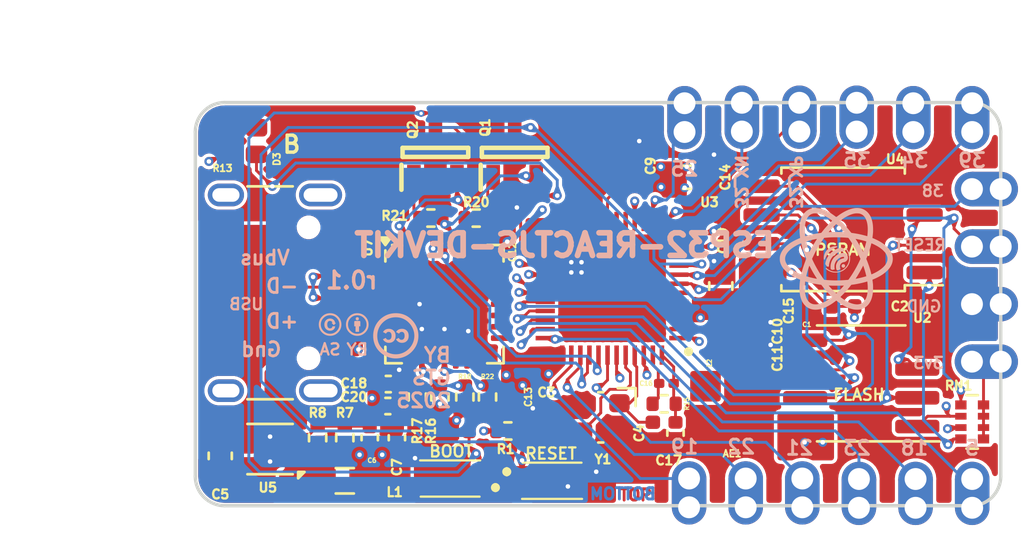
<source format=kicad_pcb>
(kicad_pcb (version 20240108) (generator "pcbnew") (generator_version "8.0")
  (title_block (title "Obsidian Boa") (date "2020-07-07") (rev "r0.1") (company "GsD") (comment 1 "Inspired by 1BitSquared iceBitsy design") (comment 3 "© 2020 Greg Davill <greg.davill@gmail.com>") (comment 4 "License: CC BY-SA 4.0"))
  (layers (0 "F.Cu" signal) (1 "In1.Cu" signal) (2 "In2.Cu" signal) (31 "B.Cu" signal) (34 "B.Paste" user) (35 "F.Paste" user) (36 "B.SilkS" user "B.Silkscreen") (37 "F.SilkS" user "F.Silkscreen") (38 "B.Mask" user) (39 "F.Mask" user) (44 "Edge.Cuts" user))
  (net 0 "")
  (net 1 "+3V3")
  (net 2 "GND")
  (net 3 "/USB_N")
  (net 4 "/USB_P")
  (net 5 "VBUS")
  (net 9 "/SPI_~{HLD}-IO3")
  (net 10 "/SPI_~{WP}-IO2")
  (net 11 "/RAM_~{CS}")
  (net 12 "/~{CRESET}")
  (net 13 "Net-(AE1-A)")
  (net 14 "/U0RXD")
  (net 15 "/U0TXD")
  (net 16 "/SPI_COPI-IO0")
  (net 17 "/SPI_CIPO-IO1")
  (net 20 "Net-(D3-A)")
  (net 23 "/GPIO11-~{LEDB}")
  (net 24 "/GPIO0-BOOT")
  (net 25 "/GPIO38")
  (net 26 "/GPIO35")
  (net 27 "/GPIO39")
  (net 28 "/SBU1")
  (net 29 "/SBU2")
  (net 30 "/GPIO34")
  (net 31 "Net-(U3-XTAL_N)")
  (net 32 "Net-(U3-XTAL_P)")
  (net 33 "Net-(U3-LNA_IN)")
  (net 34 "Net-(U3-CAP1)")
  (net 35 "Net-(U3-CAP2)")
  (net 36 "/RTS")
  (net 37 "Net-(Q1-B)")
  (net 38 "Net-(Q2-B)")
  (net 39 "/DTR")
  (net 40 "Net-(U7-VBUS)")
  (net 41 "Net-(U7-~{RST})")
  (net 42 "Net-(U7-~{SUSPEND})")
  (net 61 "Net-(U5-FB)")
  (net 62 "Net-(U5-SW)")
  (net 63 "/SPI_SCK")
  (net 64 "/SPI_~{CS}")
  (net 67 "/GPIO25")
  (net 68 "Net-(P16-Pin_1)")
  (net 69 "Net-(P17-Pin_1)")
  (net 70 "/GPIO21")
  (net 71 "/GPIO22")
  (net 72 "/GPIO19")
  (net 73 "/GPIO23")
  (net 74 "/GPIO18-DAC_2")
  (net 75 "/GPIO5")
  (footprint "CP2102:EVPBB2A9B000" (layer "F.Cu") (at 111.5 107.7 180)
    (property "Reference" "SW1" (hide yes))
    (property "Value" "TACT" (hide yes))
  )
  (footprint "pkl_pin_headers:Pin_Header_Straight_Round_1x01_Castellated" (layer "F.Cu") (at 134.29 100 90)
    (property "Reference" "P25" (hide yes))
    (property "Value" "GND" (hide yes))
  )
  (footprint "pkl_pin_headers:Pin_Header_Straight_Round_1x01_Castellated" (layer "F.Cu") (at 134.29 102.54 90)
    (property "Reference" "P28" (hide yes))
    (property "Value" "3V3" (hide yes))
  )
  (footprint "pkl_pin_headers:Pin_Header_Straight_Round_1x01_Castellated" (layer "F.Cu") (at 129.3 107.7215)
    (property "Reference" "P7" (hide yes))
    (property "Value" "7" (hide yes))
  )
  (footprint "pkl_pin_headers:Pin_Header_Straight_Round_1x01_Castellated" (layer "F.Cu") (at 129.2 92.38 180)
    (property "Reference" "P18" (hide yes))
    (property "Value" "18" (hide yes))
  )
  (footprint "pkl_pin_headers:Pin_Header_Straight_Round_1x01_Castellated" (layer "F.Cu") (at 124.13 92.38 180)
    (property "Reference" "P17" (hide yes))
    (property "Value" "17" (hide yes))
  )
  (footprint "pkl_pin_headers:Pin_Header_Straight_Round_1x01_Castellated" (layer "F.Cu") (at 121.6 92.4 180)
    (property "Reference" "P15" (hide yes))
    (property "Value" "15" (hide yes))
  )
  (footprint "pkl_pin_headers:Pin_Header_Straight_Round_1x01_Castellated" (layer "F.Cu") (at 126.8 107.7)
    (property "Reference" "P12" (hide yes))
    (property "Value" "12" (hide yes))
  )
  (footprint "pkl_pin_headers:Pin_Header_Straight_Round_1x01_Castellated" (layer "F.Cu") (at 134.3 92.4 180)
    (property "Reference" "P14" (hide yes))
    (property "Value" "14" (hide yes))
  )
  (footprint "pkl_pin_headers:Pin_Header_Straight_Round_1x01_Castellated" (layer "F.Cu") (at 131.7 92.4 180)
    (property "Reference" "P13" (hide yes))
    (property "Value" "13" (hide yes))
  )
  (footprint "pkl_pin_headers:Pin_Header_Straight_Round_1x01_Castellated" (layer "F.Cu") (at 134.3 107.7215)
    (property "Reference" "P9" (hide yes))
    (property "Value" "9" (hide yes))
  )
  (footprint "pkl_pin_headers:Pin_Header_Straight_Round_1x01_Castellated" (layer "F.Cu") (at 131.8 107.7215)
    (property "Reference" "P8" (hide yes))
    (property "Value" "8" (hide yes))
  )
  (footprint "obsidian-boa:LED_0603_1608Metric_Compact" (layer "F.Cu") (at 102.7 92.8 90)
    (property "Reference" "D3")
    (property "Value" "BLU" (hide yes))
  )
  (footprint "Capacitor_SMD:C_0402_1005Metric" (layer "F.Cu") (at 119.5 94 90)
    (property "Reference" "C9")
    (property "Value" "100n" (hide yes))
  )
  (footprint "pkl_pin_headers:Pin_Header_Straight_Round_1x01_Castellated" (layer "F.Cu") (at 134.29 97.46 90)
    (property "Reference" "P31" (hide yes))
    (property "Value" "CRESET" (hide yes))
  )
  (footprint "pkl_pin_headers:Pin_Header_Straight_Round_1x01_Castellated" (layer "F.Cu") (at 134.29 94.92 90)
    (property "Reference" "P30" (hide yes))
    (property "Value" "CDONE" (hide yes))
  )
  (footprint "pkl_pin_headers:Pin_Header_Straight_Round_1x01_Castellated" (layer "F.Cu") (at 124.3 107.7)
    (property "Reference" "P11" (hide yes))
    (property "Value" "11" (hide yes))
  )
  (footprint "pkl_pin_headers:Pin_Header_Straight_Round_1x01_Castellated" (layer "F.Cu") (at 121.8 107.7)
    (property "Reference" "P10" (hide yes))
    (property "Value" "10" (hide yes))
  )
  (footprint "pkl_pin_headers:Pin_Header_Straight_Round_1x01_Castellated" (layer "F.Cu") (at 126.67 92.38 180)
    (property "Reference" "P16" (hide yes))
    (property "Value" "16" (hide yes))
  )
  (footprint "pkl_connectors:USB_C_Receptacle_HRO_TYPE-C-31-M-12" (layer "F.Cu") (at 102.4 99.5 -90)
    (property "Reference" "J1" (hide yes))
    (property "Value" "USB_C" (hide yes))
  )
  (footprint "Capacitor_SMD:C_0603_1608Metric" (layer "F.Cu") (at 123.2 99.2 90)
    (property "Reference" "C19")
    (property "Value" "10u" (hide yes))
  )
  (footprint "Resistor_SMD:R_0402_1005Metric" (layer "F.Cu") (at 101.2 92.8 -90)
    (property "Reference" "R13")
    (property "Value" "2k2" (hide yes))
  )
  (footprint "Resistor_SMD:R_0402_1005Metric" (layer "F.Cu") (at 111.6 105.6 180)
    (property "Reference" "R10" (hide yes))
    (property "Value" "10k" (hide yes))
  )
  (footprint "Capacitor_SMD:C_0402_1005Metric" (layer "F.Cu") (at 113.8 96.2 90)
    (property "Reference" "C12")
    (property "Value" "100n" (hide yes))
  )
  (footprint "Package_DFN_QFN:QFN-28-1EP_5x5mm_P0.5mm_EP3.35x3.35mm" (layer "F.Cu") (at 111 100)
    (property "Reference" "U7")
    (property "Value" "CP2102N-Axx-xQFN28")
  )
  (footprint "Resistor_SMD:R_0402_1005Metric" (layer "F.Cu") (at 113.8 105.6 180)
    (property "Reference" "R1")
    (property "Value" "10k")
  )
  (footprint "Package_SON:WSON-6-1EP_2x2mm_P0.65mm_EP1x1.6mm_ThermalVias" (layer "F.Cu") (at 103.3 106.4 180)
    (property "Reference" "U5")
    (property "Value" "TPS62290")
  )
  (footprint "Capacitor_SMD:C_0402_1005Metric" (layer "F.Cu") (at 115.5 105.1 -90)
    (property "Reference" "C3")
    (property "Value" "18pF" (hide yes))
  )
  (footprint "Package_SO:SOIC-8_5.23x5.23mm_P1.27mm" (layer "F.Cu") (at 128.6 96.7 180)
    (property "Reference" "U4")
    (property "Value" "W25Q128JV" (hide yes))
  )
  (footprint "Resistor_SMD:R_0402_1005Metric" (layer "F.Cu") (at 110.8 104.1 -90)
    (property "Reference" "R16")
    (property "Value" "22.1K")
  )
  (footprint "Resistor_SMD:R_0402_1005Metric" (layer "F.Cu") (at 110.4 96.2)
    (property "Reference" "R21")
    (property "Value" "10K")
  )
  (footprint "Capacitor_SMD:C_0603_1608Metric" (layer "F.Cu") (at 121.7 94.4)
    (property "Reference" "C14")
    (property "Value" "10u" (hide yes))
  )
  (footprint "Resistor_SMD:R_Array_Convex_4x0402" (layer "F.Cu") (at 134.3 105.2)
    (property "Reference" "RN1")
    (property "Value" "10k")
  )
  (footprint "SS8050:SOT95P240X115-3N" (layer "F.Cu") (at 114.1 93.3 90)
    (property "Reference" "Q1")
    (property "Value" "SS8050-G" (hide yes))
  )
  (footprint "Inductor_SMD:L_0402_1005Metric" (layer "F.Cu") (at 123.1 101.7 -90)
    (property "Reference" "L2")
    (property "Value" "2.7nH" (hide yes))
  )
  (footprint "Capacitor_SMD:C_0402_1005Metric" (layer "F.Cu") (at 124.6 102.2)
    (property "Reference" "C11")
    (property "Value" "1pF" (hide yes))
  )
  (footprint "Capacitor_SMD:C_0402_1005Metric" (layer "F.Cu") (at 108.5 104.5)
    (property "Reference" "C20")
    (property "Value" "4.7uF")
  )
  (footprint "CP2102:EVPBB2A9B000" (layer "F.Cu") (at 115.5 107.8)
    (property "Reference" "SW2" (hide yes))
    (property "Value" "TACT" (hide yes))
  )
  (footprint "Capacitor_SMD:C_0402_1005Metric" (layer "F.Cu") (at 120.2 105.7 90)
    (property "Reference" "C4")
    (property "Value" "18pF" (hide yes))
  )
  (footprint "Resistor_SMD:R_0402_1005Metric" (layer "F.Cu") (at 105.4 105.9 -90)
    (property "Reference" "R8")
    (property "Value" "100k")
  )
  (footprint "Resistor_SMD:R_0402_1005Metric" (layer "F.Cu") (at 112.9 104.1 90)
    (property "Reference" "R22")
    (property "Value" "10K")
  )
  (footprint "Capacitor_SMD:C_0402_1005Metric" (layer "F.Cu") (at 129.6 100.1)
    (property "Reference" "C2")
    (property "Value" "2.2uF" (hide yes))
  )
  (footprint "Capacitor_SMD:C_0402_1005Metric" (layer "F.Cu") (at 127.6 100.1 180)
    (property "Reference" "C1")
    (property "Value" "2.2uF" (hide yes))
  )
  (footprint "Capacitor_SMD:C_0402_1005Metric" (layer "F.Cu") (at 124.6 101.2)
    (property "Reference" "C10")
    (property "Value" "1pF" (hide yes))
  )
  (footprint "Crystal:Crystal_SMD_Abracon_ABM10-4Pin_2.5x2.0mm" (layer "F.Cu") (at 117.9 105 -90)
    (property "Reference" "Y1")
    (property "Value" "40MHz" (hide yes))
  )
  (footprint "Capacitor_SMD:C_0402_1005Metric" (layer "F.Cu") (at 108.52 103.53)
    (property "Reference" "C18")
    (property "Value" "0.1uF")
  )
  (footprint "Capacitor_SMD:C_0402_1005Metric" (layer "F.Cu") (at 125 100.2)
    (property "Reference" "C15")
    (property "Value" "100n" (hide yes))
  )
  (footprint "Resistor_SMD:R_0402_1005Metric" (layer "F.Cu") (at 109.8 104.1 90)
    (property "Reference" "R17")
    (property "Value" "47.5K")
  )
  (footprint "Capacitor_SMD:C_0402_1005Metric" (layer "F.Cu") (at 121.2 105.7 90)
    (property "Reference" "C17")
    (property "Value" "10nF")
  )
  (footprint "SS8050:SOT95P240X115-3N" (layer "F.Cu") (at 110.6 93.3 90)
    (property "Reference" "Q2")
    (property "Value" "SS8050-G" (hide yes))
  )
  (footprint "obsidian-boa:0479480001" (layer "F.Cu") (at 123.6 104.7 180)
    (property "Reference" "AE1")
    (property "Value" "Antenna" (hide yes))
  )
  (footprint "Capacitor_SMD:C_0402_1005Metric" (layer "F.Cu") (at 107.7 105.9 90)
    (property "Reference" "C6")
    (property "Value" "22pF")
  )
  (footprint "Inductor_SMD:L_0805_2012Metric" (layer "F.Cu") (at 106.6 107.8)
    (property "Reference" "L1")
    (property "Value" "2.2uH")
  )
  (footprint "Resistor_SMD:R_0402_1005Metric" (layer "F.Cu") (at 111.9 104.1 -90)
    (property "Reference" "R18")
    (property "Value" "2K")
  )
  (footprint "ESP32DOWDQ6:ESP32D0WDQ6" (layer "F.Cu") (at 118.4 99.3 180)
    (property "Reference" "U3")
    (property "Value" "ESP32-D0WDQ6" (hide yes))
  )
  (footprint "Package_SO:SOIC-8_3.9x4.9mm_P1.27mm" (layer "F.Cu") (at 129.4 103.5 180)
    (property "Reference" "U2")
    (property "Value" "LY68L6400SLIT" (hide yes))
  )
  (footprint "Capacitor_SMD:C_0402_1005Metric" (layer "F.Cu") (at 114 104 -90)
    (property "Reference" "C13")
    (property "Value" "100n" (hide yes))
  )
  (footprint "Capacitor_SMD:C_0603_1608Metric" (layer "F.Cu") (at 101.1 106.7 -90)
    (property "Reference" "C5")
    (property "Value" "10u")
  )
  (footprint "Resistor_SMD:R_0402_1005Metric" (layer "F.Cu") (at 106.6 105.9 90)
    (property "Reference" "R7")
    (property "Value" "453k")
  )
  (footprint "Resistor_SMD:R_0402_1005Metric" (layer "F.Cu") (at 120.7 104.4 180)
    (property "Reference" "R15")
    (property "Value" "20K")
  )
  (footprint "Capacitor_SMD:C_0201_0603Metric" (layer "F.Cu") (at 120.8 103.5)
    (property "Reference" "C16")
    (property "Value" "3.3nF")
  )
  (footprint "Resistor_SMD:R_0402_1005Metric" (layer "F.Cu") (at 112.4 96.2 180)
    (property "Reference" "R20")
    (property "Value" "10K")
  )
  (footprint "Capacitor_SMD:C_0402_1005Metric" (layer "F.Cu") (at 108.9 105.9 90)
    (property "Reference" "C7")
    (property "Value" "2.2uF")
  )
  (footprint "pkl_logos:Symbol_CC_SilkScreen_2mm" (layer "B.Cu") (at 108.85 101.4 180)
    (property "Reference" "REF**" (hide yes))
    (property "Value" "Symbol_CC_SilkScreen_2mm" (hide yes))
  )
  (footprint "pkl_logos:Symbol_CC-SA_SilkScreen_1mm" (layer "B.Cu") (at 105.95 100.9 180)
    (property "Reference" "REF**" (hide yes))
    (property "Value" "Symbol_CC-SA_SilkScreen_1mm" (hide yes))
  )
  (footprint "pkl_logos:Symbol_CC-BY_SilkScreen_1mm" (layer "B.Cu") (at 107.15 100.9 180)
    (property "Reference" "REF**" (hide yes))
    (property "Value" "Symbol_CC-BY_SilkScreen_1mm" (hide yes))
  )
  (footprint "ESP32-D0WD:Logo" (layer "B.Cu") (at 128.3 98 180)
    (property "Reference" "G***" (hide yes))
    (property "Value" "LOGO" (hide yes))
  )
  (gr_line (start 101.3 91.1) (end 134.26 91.1) (stroke (width 0.15)) (layer "Edge.Cuts"))
  (gr_line (start 135.56 92.4) (end 135.56 107.6) (stroke (width 0.15)) (layer "Edge.Cuts"))
  (gr_line (start 100 107.6) (end 100 92.4) (stroke (width 0.15)) (layer "Edge.Cuts"))
  (gr_line (start 134.26 108.9) (end 101.3 108.9) (stroke (width 0.15)) (layer "Edge.Cuts"))
  (gr_arc (start 135.56 107.6) (mid 135.179239 108.519239) (end 134.26 108.9) (stroke (width 0.15)) (layer "Edge.Cuts"))
  (gr_arc (start 100 92.4) (mid 100.380761 91.480761) (end 101.3 91.1) (stroke (width 0.15)) (layer "Edge.Cuts"))
  (gr_arc (start 101.3 108.9) (mid 100.380761 108.519239) (end 100 107.6) (stroke (width 0.15)) (layer "Edge.Cuts"))
  (gr_arc (start 134.26 91.1) (mid 135.179239 91.480761) (end 135.56 92.4) (stroke (width 0.15)) (layer "Edge.Cuts"))
  (gr_text "TOP" (at 118.66 108.72 0) (layer "F.Cu") (effects (font (size 0.5 0.5) (thickness 0.125) (bold yes)) (justify left bottom)))
  (gr_text "BOTTOM" (at 120.4 108.67 0) (layer "B.Cu") (effects (font (size 0.5 0.5) (thickness 0.125) (bold yes)) (justify left bottom mirror)))
  (gr_text "SA" (at 105.95 102 0) (layer "B.SilkS") (effects (font (size 0.5 0.5) (thickness 0.1)) (justify mirror)))
  (gr_text "3v3" (at 133.1 102.6 0) (layer "B.SilkS") (effects (font (size 0.5 0.5) (thickness 0.1)) (justify left mirror)))
  (gr_text "RESET" (at 133.2 97.4 0) (layer "B.SilkS") (effects (font (size 0.5 0.5) (thickness 0.1)) (justify left mirror)))
  (gr_text "GND" (at 133 100.1 0) (layer "B.SilkS") (effects (font (size 0.5 0.5) (thickness 0.1)) (justify left mirror)))
  (gr_text "USB" (at 102.25 100 0) (layer "B.SilkS") (effects (font (size 0.5 0.5) (thickness 0.1)) (justify mirror)))
  (gr_text "BY\nGTS\n2025" (at 111.35 103.25 0) (layer "B.SilkS") (effects (font (size 0.625 0.625) (thickness 0.125)) (justify left mirror)))
  (gr_text "Vbus" (at 101.9 97.95 0) (layer "B.SilkS") (effects (font (size 0.625 0.625) (thickness 0.125)) (justify right mirror)))
  (gr_text "39" (at 134.29 93.65 0) (layer "B.SilkS") (effects (font (size 0.625 0.625) (thickness 0.125)) (justify mirror)))
  (gr_text "34" (at 131.75 93.65 0) (layer "B.SilkS") (effects (font (size 0.625 0.625) (thickness 0.125)) (justify mirror)))
  (gr_text "Gnd" (at 101.95 102 0) (layer "B.SilkS") (effects (font (size 0.625 0.625) (thickness 0.125)) (justify right mirror)))
  (gr_text "35" (at 129.21 93.65 0) (layer "B.SilkS") (effects (font (size 0.625 0.625) (thickness 0.125)) (justify mirror)))
  (gr_text "38" (at 133.1 95 0) (layer "B.SilkS") (effects (font (size 0.5 0.5) (thickness 0.1)) (justify left mirror)))
  (gr_text "-D" (at 103.05 99.2 0) (layer "B.SilkS") (effects (font (size 0.625 0.625) (thickness 0.125)) (justify right mirror)))
  (gr_text "32_XP" (at 126.5 94.6 270) (layer "B.SilkS") (effects (font (size 0.5 0.5) (thickness 0.125)) (justify mirror)))
  (gr_text "18" (at 131.75 106.35 0) (layer "B.SilkS") (effects (font (size 0.625 0.625) (thickness 0.125)) (justify mirror)))
  (gr_text "21" (at 126.67 106.35 0) (layer "B.SilkS") (effects (font (size 0.625 0.625) (thickness 0.125)) (justify mirror)))
  (gr_text "+D" (at 103.05 100.75 0) (layer "B.SilkS") (effects (font (size 0.625 0.625) (thickness 0.125)) (justify right mirror)))
  (gr_text "5" (at 134.29 106.35 0) (layer "B.SilkS") (effects (font (size 0.625 0.625) (thickness 0.125)) (justify mirror)))
  (gr_text "25" (at 121.59 94.031 0) (layer "B.SilkS") (effects (font (size 0.625 0.625) (thickness 0.125)) (justify mirror)))
  (gr_text "23" (at 129.21 106.35 0) (layer "B.SilkS") (effects (font (size 0.625 0.625) (thickness 0.125)) (justify mirror)))
  (gr_text "32_XN" (at 124.1 94.6 270) (layer "B.SilkS") (effects (font (size 0.5 0.5) (thickness 0.125)) (justify mirror)))
  (gr_text "ESP32-REACTJS-DEVKIT" (at 116.3 97.4 0) (layer "B.SilkS") (effects (font (size 1 1) (thickness 0.25)) (justify mirror)))
  (gr_text "r0.1" (at 106.9 98.95 0) (layer "B.SilkS") (effects (font (size 0.75 0.75)) (justify mirror)))
  (gr_text "BY" (at 107.15 102 0) (layer "B.SilkS") (effects (font (size 0.5 0.5) (thickness 0.1)) (justify mirror)))
  (gr_text "19" (at 121.6 106.3 0) (layer "B.SilkS") (effects (font (size 0.625 0.625) (thickness 0.125)) (justify mirror)))
  (gr_text "22" (at 124.1 106.3 0) (layer "B.SilkS") (effects (font (size 0.625 0.625) (thickness 0.125)) (justify mirror)))
  (gr_text "PSRAM" (at 128.6 97.6 0) (layer "F.SilkS") (effects (font (size 0.5 0.5) (thickness 0.1))))
  (gr_text "FLASH" (at 129.3 104 0) (layer "F.SilkS") (effects (font (size 0.5 0.5) (thickness 0.1))))
  (gr_text "BOOT" (at 111.3 106.5 0) (layer "F.SilkS") (effects (font (size 0.5 0.5) (thickness 0.1))))
  (gr_text "RESET" (at 115.7 106.6 0) (layer "F.SilkS") (effects (font (size 0.5 0.5) (thickness 0.1))))
  (gr_text "B" (at 104.25 92.95 0) (layer "F.SilkS") (effects (font (size 0.75 0.75))))
  (segment (start 134.8 102.665) (end 134.8 105.85) (width 0.127) (layer "F.Cu") (net 1))
  (segment (start 134.8 105.85) (end 134.7 105.95) (width 0.127) (layer "F.Cu") (net 1))
  (segment (start 128.085 100.1) (end 127.94962 100.1) (width 0.127) (layer "F.Cu") (net 1))
  (segment (start 115.45 97.5) (end 114.898 97.5) (width 0.127) (layer "F.Cu") (net 1))
  (segment (start 126.3 98.6) (end 126.295 98.605) (width 0.127) (layer "F.Cu") (net 1))
  (segment (start 114.64 96.515488) (end 115.317744 95.837744) (width 0.127) (layer "F.Cu") (net 1))
  (segment (start 129.115 100.1) (end 129.115 100.585) (width 0.127) (layer "F.Cu") (net 1))
  (segment (start 119.065 94.485) (end 119.5 94.485) (width 0.127) (layer "F.Cu") (net 1))
  (segment (start 134.925 102.54) (end 134.8 102.665) (width 0.127) (layer "F.Cu") (net 1))
  (segment (start 119.8 102.695257) (end 119.8 102.25) (width 0.127) (layer "F.Cu") (net 1))
  (segment (start 122.2 100.7) (end 122.3 100.6) (width 0.127) (layer "F.Cu") (net 1))
  (segment (start 129.115 100.585) (end 129.1 100.6) (width 0.127) (layer "F.Cu") (net 1))
  (segment (start 113.29 105.6) (end 112.73 105.6) (width 0.127) (layer "F.Cu") (net 1))
  (segment (start 118.6 102.25) (end 118.6 103.118899) (width 0.127) (layer "F.Cu") (net 1))
  (segment (start 126.295 98.605) (end 125 98.605) (width 0.127) (layer "F.Cu") (net 1))
  (segment (start 119.94 102.835257) (end 119.8 102.695257) (width 0.127) (layer "F.Cu") (net 1))
  (segment (start 114.64 97.242) (end 114.64 96.515488) (width 0.127) (layer "F.Cu") (net 1))
  (segment (start 118.2 96.35) (end 118.2 95.35) (width 0.127) (layer "F.Cu") (net 1))
  (segment (start 121.35 101.5) (end 122.1 101.5) (width 0.127) (layer "F.Cu") (net 1))
  (segment (start 121.35 100.7) (end 122.2 100.7) (width 0.127) (layer "F.Cu") (net 1))
  (segment (start 122.1 101.5) (end 122.25 101.65) (width 0.127) (layer "F.Cu") (net 1))
  (segment (start 114.898 97.5) (end 114.64 97.242) (width 0.127) (layer "F.Cu") (net 1))
  (segment (start 118.6 103.118899) (end 118.7465 103.265399) (width 0.127) (layer "F.Cu") (net 1))
  (segment (start 100.785 93.7) (end 101.2 93.285) (width 0.127) (layer "F.Cu") (net 1))
  (segment (start 118.2 95.35) (end 119.065 94.485) (width 0.127) (layer "F.Cu") (net 1))
  (segment (start 100.6 93.7) (end 100.785 93.7) (width 0.127) (layer "F.Cu") (net 1))
  (segment (start 127.94962 100.1) (end 126.44962 98.6) (width 0.127) (layer "F.Cu") (net 1))
  (segment (start 126.44962 98.6) (end 126.3 98.6) (width 0.127) (layer "F.Cu") (net 1))
  (segment (start 119.94 103.13) (end 119.94 102.835257) (width 0.127) (layer "F.Cu") (net 1))
  (segment (start 128.085 100.1) (end 129.115 100.1) (width 0.127) (layer "F.Cu") (net 1))
  (via (at 107.25 106.65) (size 0.4) (drill 0.2) (layers "F.Cu" "B.Cu") (net 1))
  (via (at 114.453524 103.589921) (size 0.4) (drill 0.2) (layers "F.Cu" "B.Cu") (net 1))
  (via (at 126.3 98.6) (size 0.4) (drill 0.2) (layers "F.Cu" "B.Cu") (net 1))
  (via (at 100.6 93.7) (size 0.4) (drill 0.2) (layers "F.Cu" "B.Cu") (net 1))
  (via (at 108.25 106.65) (size 0.4) (drill 0.2) (layers "F.Cu" "B.Cu") (net 1))
  (via (at 115.6 103.08) (size 0.4) (drill 0.2) (layers "F.Cu" "B.Cu") (net 1))
  (via (at 118.7465 103.265399) (size 0.4) (drill 0.2) (layers "F.Cu" "B.Cu") (net 1))
  (via (at 107.8 104.15) (size 0.4) (drill 0.2) (layers "F.Cu" "B.Cu") (net 1))
  (via (at 122.3 100.6) (size 0.4) (drill 0.2) (layers "F.Cu" "B.Cu") (net 1))
  (via (at 121.694001 93.9365) (size 0.4) (drill 0.2) (layers "F.Cu" "B.Cu") (net 1))
  (via (at 113.729109 103.131192) (size 0.4) (drill 0.2) (layers "F.Cu" "B.Cu") (net 1))
  (via (at 115.317744 95.837744) (size 0.4) (drill 0.2) (layers "F.Cu" "B.Cu") (net 1))
  (via (at 112.73 105.6) (size 0.4) (drill 0.2) (layers "F.Cu" "B.Cu") (net 1))
  (via (at 119.94 103.13) (size 0.4) (drill 0.2) (layers "F.Cu" "B.Cu") (net 1))
  (via (at 127.7 106.1) (size 0.4) (drill 0.2) (layers "F.Cu" "B.Cu") (net 1))
  (via (at 111.535729 105.133314) (size 0.4) (drill 0.2) (layers "F.Cu" "B.Cu") (net 1))
  (via (at 126.9 106.1) (size 0.4) (drill 0.2) (layers "F.Cu" "B.Cu") (net 1))
  (via (at 129.1 100.6) (size 0.4) (drill 0.2) (layers "F.Cu" "B.Cu") (net 1))
  (via (at 120.562886 94.830067) (size 0.4) (drill 0.2) (layers "F.Cu" "B.Cu") (net 1))
  (via (at 120.551288 93.9365) (size 0.4) (drill 0.2) (layers "F.Cu" "B.Cu") (net 1))
  (via (at 121.604211 94.859392) (size 0.4) (drill 0.2) (layers "F.Cu" "B.Cu") (net 1))
  (via (at 113.77 97.24) (size 0.4) (drill 0.2) (layers "F.Cu" "B.Cu") (net 1))
  (via (at 122.25 101.65) (size 0.4) (drill 0.2) (layers "F.Cu" "B.Cu") (net 1))
  (segment (start 113.915488 97.24) (end 115.317744 95.837744) (width 0.25) (layer "B.Cu") (net 1))
  (segment (start 113.77 97.24) (end 113.915488 97.24) (width 0.25) (layer "B.Cu") (net 1))
  (via (at 117.7 107.4) (size 0.4) (drill 0.2) (layers "F.Cu" "B.Cu") (net 2))
  (via (at 110 101.1) (size 0.4) (drill 0.2) (layers "F.Cu" "B.Cu") (net 2))
  (via (at 116.6 98.6) (size 0.4) (drill 0.2) (layers "F.Cu" "B.Cu") (net 2))
  (via (at 116.45 108.05) (size 0.4) (drill 0.2) (layers "F.Cu" "B.Cu") (net 2))
  (via (at 112.05 101.190223) (size 0.4) (drill 0.2) (layers "F.Cu" "B.Cu") (net 2))
  (via (at 111 101.1) (size 0.4) (drill 0.2) (layers "F.Cu" "B.Cu") (net 2))
  (via (at 114.9 104.6) (size 0.4) (drill 0.2) (layers "F.Cu" "B.Cu") (net 2))
  (via (at 109.9 100) (size 0.4) (drill 0.2) (layers "F.Cu" "B.Cu") (net 2))
  (via (at 119.6 92.8) (size 0.4) (drill 0.2) (layers "F.Cu" "B.Cu") (net 2))
  (via (at 117.05 98.15) (size 0.4) (drill 0.2) (layers "F.Cu" "B.Cu") (net 2))
  (via (at 117.05 98.6) (size 0.4) (drill 0.2) (layers "F.Cu" "B.Cu") (net 2))
  (via (at 109 102.9) (size 0.4) (drill 0.2) (layers "F.Cu" "B.Cu") (net 2))
  (via (at 116.6 98.15) (size 0.4) (drill 0.2) (layers "F.Cu" "B.Cu") (net 2))
  (via (at 125.4 101.8) (size 0.4) (drill 0.2) (layers "F.Cu" "B.Cu") (net 2))
  (via (at 109.7 106.8) (size 0.4) (drill 0.2) (layers "F.Cu" "B.Cu") (net 2))
  (via (at 125.4 100.8) (size 0.4) (drill 0.2) (layers "F.Cu" "B.Cu") (net 2))
  (via (at 122.9 98.1) (size 0.4) (drill 0.2) (layers "F.Cu" "B.Cu") (net 2))
  (via (at 122.9 93.4) (size 0.4) (drill 0.2) (layers "F.Cu" "B.Cu") (net 2))
  (via (at 114.196961 95.7335) (size 0.4) (drill 0.2) (layers "F.Cu" "B.Cu") (net 2))
  (segment (start 106.245 99.75) (end 105.25 99.75) (width 0.127) (layer "F.Cu") (net 3))
  (segment (start 105.249986 98.75) (end 105.2 98.799986) (width 0.127) (layer "F.Cu") (net 3))
  (segment (start 107.65241 100.5) (end 108.55 100.5) (width 0.127) (layer "F.Cu") (net 3))
  (segment (start 106.90241 99.75) (end 107.65241 100.5) (width 0.127) (layer "F.Cu") (net 3))
  (segment (start 105.25 99.75) (end 105.2 99.7) (width 0.127) (layer "F.Cu") (net 3))
  (segment (start 106.245 99.75) (end 106.90241 99.75) (width 0.127) (layer "F.Cu") (net 3))
  (segment (start 106.245 98.75) (end 105.249986 98.75) (width 0.127) (layer "F.Cu") (net 3))
  (via (at 105.2 99.7) (size 0.4) (drill 0.2) (layers "F.Cu" "B.Cu") (net 3))
  (via (at 105.2 98.799986) (size 0.4) (drill 0.2) (layers "F.Cu" "B.Cu") (net 3))
  (segment (start 105.2 99.7) (end 105.2 98.799986) (width 0.127) (layer "B.Cu") (net 3))
  (segment (start 107.718096 100) (end 108.55 100) (width 0.127) (layer "F.Cu") (net 4))
  (segment (start 106.245 99.25) (end 106.968096 99.25) (width 0.127) (layer "F.Cu") (net 4))
  (segment (start 106.245 100.25) (end 104.85 100.25) (width 0.127) (layer "F.Cu") (net 4))
  (segment (start 104.85 100.25) (end 104.6 100) (width 0.127) (layer "F.Cu") (net 4))
  (segment (start 106.968096 99.25) (end 107.718096 100) (width 0.127) (layer "F.Cu") (net 4))
  (segment (start 104.6 100) (end 104.6 99.45) (width 0.127) (layer "F.Cu") (net 4))
  (segment (start 104.6 99.45) (end 104.8 99.25) (width 0.127) (layer "F.Cu") (net 4))
  (segment (start 104.8 99.25) (end 106.245 99.25) (width 0.127) (layer "F.Cu") (net 4))
  (segment (start 110.8 104.61) (end 110.8 104.4) (width 0.127) (layer "F.Cu") (net 5))
  (segment (start 106.295 102) (end 106.245 101.95) (width 0.127) (layer "F.Cu") (net 5))
  (segment (start 107.2 102) (end 106.295 102) (width 0.127) (layer "F.Cu") (net 5))
  (via (at 110.8 104.4) (size 0.4) (drill 0.2) (layers "F.Cu" "B.Cu") (net 5))
  (via (at 107.2 102) (size 0.4) (drill 0.2) (layers "F.Cu" "B.Cu") (net 5))
  (segment (start 128.224777 104.135) (end 129.109777 103.25) (width 0.127) (layer "F.Cu") (net 9))
  (segment (start 125 97.335) (end 126.735 97.335) (width 0.127) (layer "F.Cu") (net 9))
  (segment (start 114.730724 98.7) (end 115.45 98.7) (width 0.127) (layer "F.Cu") (net 9))
  (segment (start 126.735 97.335) (end 127 97.6) (width 0.127) (layer "F.Cu") (net 9))
  (segment (start 126.925 104.135) (end 128.224777 104.135) (width 0.127) (layer "F.Cu") (net 9))
  (segment (start 114.716455 98.685731) (end 114.730724 98.7) (width 0.127) (layer "F.Cu") (net 9))
  (via (at 129.109777 103.25) (size 0.4) (drill 0.2) (layers "F.Cu" "B.Cu") (net 9))
  (via (at 127 97.6) (size 0.4) (drill 0.2) (layers "F.Cu" "B.Cu") (net 9))
  (via (at 114.716455 98.685731) (size 0.4) (drill 0.2) (layers "F.Cu" "B.Cu") (net 9))
  (segment (start 128.886396 103.25) (end 129.109777 103.25) (width 0.127) (layer "B.Cu") (net 9))
  (segment (start 127 97.6) (end 127 101.363604) (width 0.127) (layer "B.Cu") (net 9))
  (segment (start 127 101.363604) (end 128.886396 103.25) (width 0.127) (layer "B.Cu") (net 9))
  (segment (start 131.644735 96.620265) (end 132.2 96.065) (width 0.127) (layer "F.Cu") (net 10))
  (segment (start 131.875 102.865) (end 131.454699 102.444699) (width 0.127) (layer "F.Cu") (net 10))
  (segment (start 114.3 98.2) (end 114.372232 98.272232) (width 0.127) (layer "F.Cu") (net 10))
  (segment (start 114.372232 98.272232) (end 115.422232 98.272232) (width 0.127) (layer "F.Cu") (net 10))
  (segment (start 115.422232 98.272232) (end 115.45 98.3) (width 0.127) (layer "F.Cu") (net 10))
  (segment (start 131.644735 96.685001) (end 131.644735 96.620265) (width 0.127) (layer "F.Cu") (net 10))
  (segment (start 131.454699 102.444699) (end 131.034998 102.444699) (width 0.127) (layer "F.Cu") (net 10))
  (via (at 131.644735 96.685001) (size 0.4) (drill 0.2) (layers "F.Cu" "B.Cu") (net 10))
  (via (at 114.3 98.2) (size 0.4) (drill 0.2) (layers "F.Cu" "B.Cu") (net 10))
  (via (at 131.034998 102.444699) (size 0.4) (drill 0.2) (layers "F.Cu" "B.Cu") (net 10))
  (segment (start 131.644735 96.685001) (end 131.6 96.729736) (width 0.127) (layer "B.Cu") (net 10))
  (segment (start 131.6 96.729736) (end 131.6 101.879697) (width 0.127) (layer "B.Cu") (net 10))
  (segment (start 131.6 101.879697) (end 131.034998 102.444699) (width 0.127) (layer "B.Cu") (net 10))
  (segment (start 132.33 104.95) (end 131.875 105.405) (width 0.127) (layer "F.Cu") (net 11))
  (segment (start 133.153484 104.501766) (end 133.153484 104.780484) (width 0.127) (layer "F.Cu") (net 11))
  (segment (start 133.323 104.95) (end 133.8 104.95) (width 0.127) (layer "F.Cu") (net 11))
  (segment (start 133.323 104.95) (end 132.33 104.95) (width 0.127) (layer "F.Cu") (net 11))
  (segment (start 119.4 96.35) (end 119.4 95.45) (width 0.127) (layer "F.Cu") (net 11))
  (segment (start 133.153484 104.780484) (end 133.323 104.95) (width 0.127) (layer "F.Cu") (net 11))
  (via (at 133.153484 104.501766) (size 0.4) (drill 0.2) (layers "F.Cu" "B.Cu") (net 11))
  (via (at 119.4 95.45) (size 0.4) (drill 0.2) (layers "F.Cu" "B.Cu") (net 11))
  (segment (start 133.8 104.45) (end 133.8 103.800004) (width 0.127) (layer "F.Cu") (net 12))
  (segment (start 114.425 106.9) (end 114.425 105.715) (width 0.127) (layer "F.Cu") (net 12))
  (segment (start 114.8 92.2) (end 114.1 92.2) (width 0.127) (layer "F.Cu") (net 12))
  (segment (start 133.500004 96.670004) (end 133.500004 96.200004) (width 0.127) (layer "F.Cu") (net 12))
  (segment (start 122.29 98.3) (end 121.35 98.3) (width 0.127) (layer "F.Cu") (net 12))
  (segment (start 134.29 97.46) (end 133.500004 96.670004) (width 0.127) (layer "F.Cu") (net 12))
  (segment (start 122.36 98.23) (end 122.29 98.3) (width 0.127) (layer "F.Cu") (net 12))
  (segment (start 114.425 105.715) (end 114.31 105.6) (width 0.127) (layer "F.Cu") (net 12))
  (segment (start 114.425 108.175) (end 114.425 107.425) (width 0.127) (layer "F.Cu") (net 12))
  (segment (start 133.8 103.800004) (end 133.799996 103.8) (width 0.127) (layer "F.Cu") (net 12))
  (segment (start 114.425 107.425) (end 114.425 106.9) (width 0.127) (layer "F.Cu") (net 12))
  (via (at 114.8 92.2) (size 0.4) (drill 0.2) (layers "F.Cu" "B.Cu") (net 12))
  (via (at 122.36 98.23) (size 0.4) (drill 0.2) (layers "F.Cu" "B.Cu") (net 12))
  (via (at 133.799996 103.8) (size 0.4) (drill 0.2) (layers "F.Cu" "B.Cu") (net 12))
  (via (at 133.500004 96.200004) (size 0.4) (drill 0.2) (layers "F.Cu" "B.Cu") (net 12))
  (via (at 114.425 106.9) (size 0.4) (drill 0.2) (layers "F.Cu" "B.Cu") (net 12))
  (segment (start 102.9 93.4) (end 102.9 103.4) (width 0.127) (layer "B.Cu") (net 12))
  (segment (start 104.1 92.2) (end 102.9 93.4) (width 0.127) (layer "B.Cu") (net 12))
  (segment (start 123.1965 99.8035) (end 122.044256 99.8035) (width 0.127) (layer "B.Cu") (net 12))
  (segment (start 122.044256 99.8035) (end 120.245378 98.004622) (width 0.127) (layer "B.Cu") (net 12))
  (segment (start 114.8 92.2) (end 104.1 92.2) (width 0.127) (layer "B.Cu") (net 12))
  (segment (start 133.500004 96.200004) (end 126.799996 96.200004) (width 0.127) (layer "B.Cu") (net 12))
  (segment (start 133.500004 96.200004) (end 133.05 96.650008) (width 0.127) (layer "B.Cu") (net 12))
  (segment (start 109.7 105.6) (end 110.18 106.08) (width 0.127) (layer "B.Cu") (net 12))
  (segment (start 133.05 103.050004) (end 133.799996 103.8) (width 0.127) (layer "B.Cu") (net 12))
  (segment (start 120.470756 98.23) (end 120.245378 98.004622) (width 0.127) (layer "B.Cu") (net 12))
  (segment (start 133.05 96.650008) (end 133.05 103.050004) (width 0.127) (layer "B.Cu") (net 12))
  (segment (start 120.245378 97.495378) (end 114.95 92.2) (width 0.127) (layer "B.Cu") (net 12))
  (segment (start 126.799996 96.200004) (end 123.1965 99.8035) (width 0.127) (layer "B.Cu") (net 12))
  (segment (start 122.36 98.23) (end 120.470756 98.23) (width 0.127) (layer "B.Cu") (net 12))
  (segment (start 113.605 106.08) (end 114.425 106.9) (width 0.127) (layer "B.Cu") (net 12))
  (segment (start 102.9 103.4) (end 105.1 105.6) (width 0.127) (layer "B.Cu") (net 12))
  (segment (start 105.1 105.6) (end 109.7 105.6) (width 0.127) (layer "B.Cu") (net 12))
  (segment (start 120.245378 98.004622) (end 120.245378 97.495378) (width 0.127) (layer "B.Cu") (net 12))
  (segment (start 110.18 106.08) (end 113.605 106.08) (width 0.127) (layer "B.Cu") (net 12))
  (segment (start 114.95 92.2) (end 114.8 92.2) (width 0.127) (layer "B.Cu") (net 12))
  (segment (start 123.1 102.185) (end 124.1 102.185) (width 0.127) (layer "F.Cu") (net 13))
  (segment (start 122.953553 103.196447) (end 122.525 103.625) (width 0.127) (layer "F.Cu") (net 13))
  (segment (start 123.1 102.185) (end 123.1 102.842893) (width 0.127) (layer "F.Cu") (net 13))
  (segment (start 124.1 102.185) (end 124.115 102.2) (width 0.127) (layer "F.Cu") (net 13))
  (arc (start 123.1 102.842893) (mid 123.06194 103.034235) (end 122.953553 103.196447) (width 0.127) (layer "F.Cu") (net 13))
  (segment (start 117.06 103.28) (end 117.06 103.53) (width 0.127) (layer "F.Cu") (net 14))
  (segment (start 117.4 102.25) (end 117.3135 102.3365) (width 0.127) (layer "F.Cu") (net 14))
  (segment (start 117.3135 103.0265) (end 117.06 103.28) (width 0.127) (layer "F.Cu") (net 14))
  (segment (start 117.3135 102.3365) (end 117.3135 103.0265) (width 0.127) (layer "F.Cu") (net 14))
  (segment (start 117.15 103.496895) (end 117.149996 103.496899) (width 0.127) (layer "F.Cu") (net 14))
  (via (at 117.06 103.53) (size 0.4) (drill 0.2) (layers "F.Cu" "B.Cu") (net 14))
  (via (at 110.5 97.549984) (size 0.4) (drill 0.2) (layers "F.Cu" "B.Cu") (net 14))
  (segment (start 110.5 98.165686) (end 110.5 97.549984) (width 0.127) (layer "B.Cu") (net 14))
  (segment (start 116.35 102.6) (end 116.8 102.6) (width 0.127) (layer "B.Cu") (net 14))
  (segment (start 112.5 100.165686) (end 110.5 98.165686) (width 0.127) (layer "B.Cu") (net 14))
  (segment (start 116.8 102.6) (end 117.06 102.86) (width 0.127) (layer "B.Cu") (net 14))
  (segment (start 113.7 102.6) (end 112.5 101.4) (width 0.127) (layer "B.Cu") (net 14))
  (segment (start 117.06 102.86) (end 117.06 103.53) (width 0.127) (layer "B.Cu") (net 14))
  (segment (start 116.6 102.6) (end 116.35 102.6) (width 0.127) (layer "B.Cu") (net 14))
  (segment (start 116.35 102.6) (end 113.7 102.6) (width 0.127) (layer "B.Cu") (net 14))
  (segment (start 112.5 101.4) (end 112.5 100.165686) (width 0.127) (layer "B.Cu") (net 14))
  (segment (start 117.8 102.884403) (end 117.7465 102.937903) (width 0.127) (layer "F.Cu") (net 15))
  (segment (start 117.8 102.25) (end 117.8 102.884403) (width 0.127) (layer "F.Cu") (net 15))
  (segment (start 111 97.860376) (end 111 97.55) (width 0.127) (layer "F.Cu") (net 15))
  (segment (start 111.025001 97.885377) (end 111 97.860376) (width 0.127) (layer "F.Cu") (net 15))
  (via (at 117.7465 102.937903) (size 0.4) (drill 0.2) (layers "F.Cu" "B.Cu") (net 15))
  (via (at 111.025001 97.885377) (size 0.4) (drill 0.2) (layers "F.Cu" "B.Cu") (net 15))
  (segment (start 111.025001 97.885377) (end 111.025001 98.125001) (width 0.127) (layer "B.Cu") (net 15))
  (segment (start 113 101.120253) (end 114.178048 102.298301) (width 0.127) (layer "B.Cu") (net 15))
  (segment (start 111.025001 98.125001) (end 113 100.1) (width 0.127) (layer "B.Cu") (net 15))
  (segment (start 117.318301 102.298301) (end 117.7465 102.7265) (width 0.127) (layer "B.Cu") (net 15))
  (segment (start 114.178048 102.298301) (end 117.318301 102.298301) (width 0.127) (layer "B.Cu") (net 15))
  (segment (start 117.7465 102.7265) (end 117.7465 102.937903) (width 0.127) (layer "B.Cu") (net 15))
  (segment (start 113 100.1) (end 113 101.120253) (width 0.127) (layer "B.Cu") (net 15))
  (segment (start 128.605 101.595) (end 128.853554 101.346446) (width 0.127) (layer "F.Cu") (net 16))
  (segment (start 126.925 101.595) (end 128.605 101.595) (width 0.127) (layer "F.Cu") (net 16))
  (segment (start 125 94.795) (end 126.556748 94.795) (width 0.127) (layer "F.Cu") (net 16))
  (segment (start 126.556748 94.795) (end 128.411748 96.65) (width 0.127) (layer "F.Cu") (net 16))
  (segment (start 115.45 99.9) (end 114.497885 99.9) (width 0.127) (layer "F.Cu") (net 16))
  (segment (start 114.497885 99.9) (end 114.298002 100.099883) (width 0.127) (layer "F.Cu") (net 16))
  (via (at 128.411748 96.65) (size 0.4) (drill 0.2) (layers "F.Cu" "B.Cu") (net 16))
  (via (at 128.853554 101.346446) (size 0.4) (drill 0.2) (layers "F.Cu" "B.Cu") (net 16))
  (via (at 114.298002 100.099883) (size 0.4) (drill 0.2) (layers "F.Cu" "B.Cu") (net 16))
  (segment (start 128.411748 96.65) (end 128.411748 100.90464) (width 0.127) (layer "B.Cu") (net 16))
  (segment (start 123.765686 104) (end 119.865569 100.099883) (width 0.127) (layer "B.Cu") (net 16))
  (segment (start 128.853554 101.346446) (end 128.9 101.3) (width 0.127) (layer "B.Cu") (net 16))
  (segment (start 128.411748 100.90464) (end 128.853554 101.346446) (width 0.127) (layer "B.Cu") (net 16))
  (segment (start 119.865569 100.099883) (end 114.298002 100.099883) (width 0.127) (layer "B.Cu") (net 16))
  (segment (start 129.9 103.5) (end 129.4 104) (width 0.127) (layer "B.Cu") (net 16))
  (segment (start 129.4 104) (end 123.765686 104) (width 0.127) (layer "B.Cu") (net 16))
  (segment (start 128.9 101.3) (end 129.6 101.3) (width 0.127) (layer "B.Cu") (net 16))
  (segment (start 129.6 101.3) (end 129.9 101.6) (width 0.127) (layer "B.Cu") (net 16))
  (segment (start 129.9 101.6) (end 129.9 103.5) (width 0.127) (layer "B.Cu") (net 16))
  (segment (start 130.535 104.135) (end 130.534998 104.134998) (width 0.127) (layer "F.Cu") (net 17))
  (segment (start 114.753373 100.3) (end 115.45 100.3) (width 0.127) (layer "F.Cu") (net 17))
  (segment (start 131.875 104.135) (end 130.535 104.135) (width 0.127) (layer "F.Cu") (net 17))
  (segment (start 114.22 100.65) (end 114.403373 100.65) (width 0.127) (layer "F.Cu") (net 17))
  (segment (start 130.8 97.4) (end 132.135 97.4) (width 0.127) (layer "F.Cu") (net 17))
  (segment (start 114.403373 100.65) (end 114.753373 100.3) (width 0.127) (layer "F.Cu") (net 17))
  (segment (start 132.135 97.4) (end 132.2 97.335) (width 0.127) (layer "F.Cu") (net 17))
  (via (at 130.8 97.4) (size 0.4) (drill 0.2) (layers "F.Cu" "B.Cu") (net 17))
  (via (at 130.534998 104.134998) (size 0.4) (drill 0.2) (layers "F.Cu" "B.Cu") (net 17))
  (via (at 114.22 100.65) (size 0.4) (drill 0.2) (layers "F.Cu" "B.Cu") (net 17))
  (segment (start 130.269996 104.4) (end 130.534998 104.134998) (width 0.127) (layer "B.Cu") (net 17))
  (segment (start 114.306617 100.563383) (end 119.763383 100.563383) (width 0.127) (layer "B.Cu") (net 17))
  (segment (start 119.763383 100.563383) (end 123.6 104.4) (width 0.127) (layer "B.Cu") (net 17))
  (segment (start 130.8 97.4) (end 130.534998 97.665002) (width 0.127) (layer "B.Cu") (net 17))
  (segment (start 130.534998 97.665002) (end 130.534998 104.134998) (width 0.127) (layer "B.Cu") (net 17))
  (segment (start 114.22 100.65) (end 114.306617 100.563383) (width 0.127) (layer "B.Cu") (net 17))
  (segment (start 123.6 104.4) (end 130.269996 104.4) (width 0.127) (layer "B.Cu") (net 17))
  (segment (start 102.7 92.2125) (end 101.3025 92.2125) (width 0.127) (layer "F.Cu") (net 20))
  (segment (start 101.3025 92.2125) (end 101.2 92.315) (width 0.127) (layer "F.Cu") (net 20))
  (segment (start 115.45 97.9) (end 114.898 97.9) (width 0.127) (layer "F.Cu") (net 23))
  (segment (start 102.7 93.3875) (end 102.7 94.1) (width 0.127) (layer "F.Cu") (net 23))
  (segment (start 114.363 96.197) (end 115.35 95.21) (width 0.127) (layer "F.Cu") (net 23))
  (segment (start 115.35 95.21) (end 115.98 95.21) (width 0.127) (layer "F.Cu") (net 23))
  (segment (start 114.363 97.365) (end 114.363 96.197) (width 0.127) (layer "F.Cu") (net 23))
  (segment (start 102.7 94.1) (end 103.4 94.8) (width 0.127) (layer "F.Cu") (net 23))
  (segment (start 114.898 97.9) (end 114.363 97.365) (width 0.127) (layer "F.Cu") (net 23))
  (via (at 115.98 95.21) (size 0.4) (drill 0.2) (layers "F.Cu" "B.Cu") (net 23))
  (via (at 103.4 94.8) (size 0.4) (drill 0.2) (layers "F.Cu" "B.Cu") (net 23))
  (segment (start 104.43 93.77) (end 103.4 94.8) (width 0.127) (layer "B.Cu") (net 23))
  (segment (start 115.98 94.52) (end 115.23 93.77) (width 0.127) (layer "B.Cu") (net 23))
  (segment (start 115.98 95.21) (end 115.98 94.52) (width 0.127) (layer "B.Cu") (net 23))
  (segment (start 115.23 93.77) (end 104.43 93.77) (width 0.127) (layer "B.Cu") (net 23))
  (segment (start 116.6 94.541948) (end 116.6 96.35) (width 0.127) (layer "F.Cu") (net 24))
  (segment (start 112.575 107.325) (end 112.575 106.775) (width 0.127) (layer "F.Cu") (net 24))
  (segment (start 112.4 106.6) (end 112.085 106.285) (width 0.127) (layer "F.Cu") (net 24))
  (segment (start 112.575 106.775) (end 112.4 106.6) (width 0.127) (layer "F.Cu") (net 24))
  (segment (start 115.258052 93.2) (end 116.6 94.541948) (width 0.127) (layer "F.Cu") (net 24))
  (segment (start 110.6 92.2) (end 110.6 91.87) (width 0.127) (layer "F.Cu") (net 24))
  (segment (start 112.42 93.2) (end 115.258052 93.2) (width 0.127) (layer "F.Cu") (net 24))
  (segment (start 112.085 106.285) (end 112.085 105.6) (width 0.127) (layer "F.Cu") (net 24))
  (segment (start 110.6 92.2) (end 111.42 92.2) (width 0.127) (layer "F.Cu") (net 24))
  (segment (start 110.6 91.87) (end 110.29 91.56) (width 0.127) (layer "F.Cu") (net 24))
  (segment (start 112.575 107.325) (end 112.575 108.075) (width 0.127) (layer "F.Cu") (net 24))
  (segment (start 111.42 92.2) (end 112.42 93.2) (width 0.127) (layer "F.Cu") (net 24))
  (segment (start 110.29 91.56) (end 109.99 91.56) (width 0.127) (layer "F.Cu") (net 24))
  (segment (start 109.99 91.56) (end 109.97 91.58) (width 0.127) (layer "F.Cu") (net 24))
  (via (at 109.97 91.58) (size 0.3) (drill 0.15) (layers "F.Cu" "B.Cu") (net 24))
  (via (at 112.4 106.6) (size 0.4) (drill 0.2) (layers "F.Cu" "B.Cu") (net 24))
  (segment (start 109.95 91.56) (end 109.97 91.58) (width 0.127) (layer "B.Cu") (net 24))
  (segment (start 103.48 91.56) (end 109.95 91.56) (width 0.127) (layer "B.Cu") (net 24))
  (segment (start 112.4 106.6) (end 111.5865 107.4135) (width 0.127) (layer "B.Cu") (net 24))
  (segment (start 111.5865 107.4135) (end 102.8365 107.4135) (width 0.127) (layer "B.Cu") (net 24))
  (segment (start 102.3635 106.9405) (end 102.3635 92.6765) (width 0.127) (layer "B.Cu") (net 24))
  (segment (start 102.8365 107.4135) (end 102.3635 106.9405) (width 0.127) (layer "B.Cu") (net 24))
  (segment (start 102.3635 92.6765) (end 103.48 91.56) (width 0.127) (layer "B.Cu") (net 24))
  (segment (start 122.162 99.36) (end 122.23 99.36) (width 0.127) (layer "F.Cu") (net 25))
  (segment (start 121.35 99.1) (end 121.902 99.1) (width 0.127) (layer "F.Cu") (net 25))
  (segment (start 121.902 99.1) (end 122.162 99.36) (width 0.127) (layer "F.Cu") (net 25))
  (via (at 122.23 99.36) (size 0.4) (drill 0.2) (layers "F.Cu" "B.Cu") (net 25))
  (segment (start 122.874315 99.36) (end 122.23 99.36) (width 0.127) (layer "B.Cu") (net 25))
  (segment (start 133.528001 95.681999) (end 126.552316 95.681999) (width 0.127) (layer "B.Cu") (net 25))
  (segment (start 126.552316 95.681999) (end 122.874315 99.36) (width 0.127) (layer "B.Cu") (net 25))
  (segment (start 134.29 94.92) (end 133.528001 95.681999) (width 0.127) (layer "B.Cu") (net 25))
  (segment (start 122.680973 96.771801) (end 121.952774 97.5) (width 0.127) (layer "F.Cu") (net 26))
  (segment (start 121.952774 97.5) (end 121.35 97.5) (width 0.127) (layer "F.Cu") (net 26))
  (segment (start 122.891801 96.771801) (end 122.680973 96.771801) (width 0.127) (layer "F.Cu") (net 26))
  (via (at 122.891801 96.771801) (size 0.4) (drill 0.2) (layers "F.Cu" "B.Cu") (net 26))
  (segment (start 122.891801 96.771801) (end 125.763602 93.9) (width 0.127) (layer "B.Cu") (net 26))
  (segment (start 125.763602 93.9) (end 127.68 93.9) (width 0.127) (layer "B.Cu") (net 26))
  (segment (start 127.68 93.9) (end 129.2 92.38) (width 0.127) (layer "B.Cu") (net 26))
  (segment (start 122.158841 98.741896) (end 122.116945 98.7) (width 0.127) (layer "F.Cu") (net 27))
  (segment (start 122.116945 98.7) (end 121.35 98.7) (width 0.127) (layer "F.Cu") (net 27))
  (via (at 122.158841 98.741896) (size 0.4) (drill 0.2) (layers "F.Cu" "B.Cu") (net 27))
  (segment (start 126.968629 94.7) (end 132 94.7) (width 0.127) (layer "B.Cu") (net 27))
  (segment (start 132 94.7) (end 134.3 92.4) (width 0.127) (layer "B.Cu") (net 27))
  (segment (start 122.158841 98.741896) (end 122.926733 98.741896) (width 0.127) (layer "B.Cu") (net 27))
  (segment (start 122.926733 98.741896) (end 126.968629 94.7) (width 0.127) (layer "B.Cu") (net 27))
  (segment (start 122.46786 97.447362) (end 122.801018 97.447362) (width 0.127) (layer "F.Cu") (net 30))
  (segment (start 121.35 97.9) (end 122.015222 97.9) (width 0.127) (layer "F.Cu") (net 30))
  (segment (start 122.015222 97.9) (end 122.46786 97.447362) (width 0.127) (layer "F.Cu") (net 30))
  (via (at 122.801018 97.447362) (size 0.4) (drill 0.2) (layers "F.Cu" "B.Cu") (net 30))
  (segment (start 123.252638 97.447362) (end 122.801018 97.447362) (width 0.127) (layer "B.Cu") (net 30))
  (segment (start 129.8 94.3) (end 126.4 94.3) (width 0.127) (layer "B.Cu") (net 30))
  (segment (start 126.4 94.3) (end 123.252638 97.447362) (width 0.127) (layer "B.Cu") (net 30))
  (segment (start 131.7 92.4) (end 129.8 94.3) (width 0.127) (layer "B.Cu") (net 30))
  (segment (start 119.020051 103.7615) (end 118.298182 103.7615) (width 0.127) (layer "F.Cu") (net 31))
  (segment (start 115.5 105.585) (end 117.035 105.585) (width 0.127) (layer "F.Cu") (net 31))
  (segment (start 117.9 104.8) (end 117.075 105.625) (width 0.127) (layer "F.Cu") (net 31))
  (segment (start 119 102.25) (end 119 102.802) (width 0.127) (layer "F.Cu") (net 31))
  (segment (start 118.298182 103.7615) (end 117.9 104.159682) (width 0.127) (layer "F.Cu") (net 31))
  (segment (start 119.21 103.012) (end 119.21 103.571551) (width 0.127) (layer "F.Cu") (net 31))
  (segment (start 119.21 103.571551) (end 119.020051 103.7615) (width 0.127) (layer "F.Cu") (net 31))
  (segment (start 117.035 105.585) (end 117.075 105.625) (width 0.127) (layer "F.Cu") (net 31))
  (segment (start 117.9 104.159682) (end 117.9 104.8) (width 0.127) (layer "F.Cu") (net 31))
  (segment (start 119 102.802) (end 119.21 103.012) (width 0.127) (layer "F.Cu") (net 31))
  (segment (start 119.565 105.215) (end 120.2 105.215) (width 0.127) (layer "F.Cu") (net 32))
  (segment (start 119.49 104.06) (end 119.175 104.375) (width 0.127) (layer "F.Cu") (net 32))
  (segment (start 118.725 104.375) (end 119.565 105.215) (width 0.127) (layer "F.Cu") (net 32))
  (segment (start 119.4 102.686995) (end 119.49 102.776995) (width 0.127) (layer "F.Cu") (net 32))
  (segment (start 119.4 102.25) (end 119.4 102.686995) (width 0.127) (layer "F.Cu") (net 32))
  (segment (start 119.49 102.776995) (end 119.49 104.06) (width 0.127) (layer "F.Cu") (net 32))
  (segment (start 119.175 104.375) (end 118.725 104.375) (width 0.127) (layer "F.Cu") (net 32))
  (segment (start 122.985 101.1) (end 123.1 101.215) (width 0.127) (layer "F.Cu") (net 33))
  (segment (start 123.1 101.215) (end 124.1 101.215) (width 0.127) (layer "F.Cu") (net 33))
  (segment (start 124.1 101.215) (end 124.115 101.2) (width 0.127) (layer "F.Cu") (net 33))
  (segment (start 121.35 101.1) (end 122.985 101.1) (width 0.127) (layer "F.Cu") (net 33))
  (segment (start 121.12 103.6) (end 121.12 104.31) (width 0.127) (layer "F.Cu") (net 34))
  (segment (start 121.12 102.77) (end 121.12 103.7) (width 0.127) (layer "F.Cu") (net 34))
  (segment (start 120.6 102.25) (end 121.12 102.77) (width 0.127) (layer "F.Cu") (net 34))
  (segment (start 121.12 104.31) (end 121.21 104.4) (width 0.127) (layer "F.Cu") (net 34))
  (segment (start 121.31 104.5) (end 121.2 104.61) (width 0.127) (layer "F.Cu") (net 34))
  (segment (start 121.2 104.61) (end 121.2 105.22) (width 0.127) (layer "F.Cu") (net 34))
  (segment (start 120.440015 104.149985) (end 120.19 104.4) (width 0.127) (layer "F.Cu") (net 35))
  (segment (start 120.2 102.684043) (end 120.440015 102.924058) (width 0.127) (layer "F.Cu") (net 35))
  (segment (start 120.440015 102.924058) (end 120.440015 104.149985) (width 0.127) (layer "F.Cu") (net 35))
  (segment (start 120.2 102.25) (end 120.2 102.684043) (width 0.127) (layer "F.Cu") (net 35))
  (segment (start 111.5 96.964796) (end 111.005204 96.47) (width 0.127) (layer "F.Cu") (net 36))
  (segment (start 110.91 96.374796) (end 111.005204 96.47) (width 0.127) (layer "F.Cu") (net 36))
  (segment (start 110.91 96.2) (end 110.91 96.374796) (width 0.127) (layer "F.Cu") (net 36))
  (segment (start 115.05 94.6) (end 114.863502 94.6) (width 0.127) (layer "F.Cu") (net 36))
  (segment (start 114.863502 94.6) (end 114.600002 94.3365) (width 0.127) (layer "F.Cu") (net 36))
  (segment (start 111.5 97.55) (end 111.5 96.964796) (width 0.127) (layer "F.Cu") (net 36))
  (via (at 111.005204 96.47) (size 0.4) (drill 0.2) (layers "F.Cu" "B.Cu") (net 36))
  (via (at 114.600002 94.3365) (size 0.4) (drill 0.2) (layers "F.Cu" "B.Cu") (net 36))
  (segment (start 111.005204 96.47) (end 111.34 96.47) (width 0.127) (layer "B.Cu") (net 36))
  (segment (start 113.4735 94.3365) (end 114.600002 94.3365) (width 0.127) (layer "B.Cu") (net 36))
  (segment (start 111.34 96.47) (end 113.4735 94.3365) (width 0.127) (layer "B.Cu") (net 36))
  (segment (start 112.91 94.84) (end 113.15 94.6) (width 0.127) (layer "F.Cu") (net 37))
  (segment (start 112.91 96.2) (end 112.91 94.84) (width 0.127) (layer "F.Cu") (net 37))
  (segment (start 109.65 94.6) (end 109.65 95.96) (width 0.127) (layer "F.Cu") (net 38))
  (segment (start 109.65 95.96) (end 109.89 96.2) (width 0.127) (layer "F.Cu") (net 38))
  (segment (start 109.5 97.55) (end 109.5 97.05) (width 0.127) (layer "F.Cu") (net 39))
  (segment (start 109.5 97.05) (end 109 96.55) (width 0.127) (layer "F.Cu") (net 39))
  (segment (start 111.89 95.69) (end 111.6 95.4) (width 0.127) (layer "F.Cu") (net 39))
  (segment (start 111.6 95.4) (end 111.55 95.35) (width 0.127) (layer "F.Cu") (net 39))
  (segment (start 111.89 96.2) (end 111.89 95.69) (width 0.127) (layer "F.Cu") (net 39))
  (segment (start 111.55 95.35) (end 111.55 94.6) (width 0.127) (layer "F.Cu") (net 39))
  (via (at 109 96.55) (size 0.4) (drill 0.2) (layers "F.Cu" "B.Cu") (net 39))
  (via (at 111.6 95.4) (size 0.4) (drill 0.2) (layers "F.Cu" "B.Cu") (net 39))
  (segment (start 110.15 95.4) (end 109 96.55) (width 0.127) (layer "B.Cu") (net 39))
  (segment (start 111.6 95.4) (end 110.15 95.4) (width 0.127) (layer "B.Cu") (net 39))
  (segment (start 109.8 103.59) (end 109.8 103.393866) (width 0.127) (layer "F.Cu") (net 40))
  (segment (start 109.5 103.093866) (end 109.5 102.45) (width 0.127) (layer "F.Cu") (net 40))
  (segment (start 110.8 103.59) (end 109.8 103.59) (width 0.127) (layer "F.Cu") (net 40))
  (segment (start 109.8 103.393866) (end 109.5 103.093866) (width 0.127) (layer "F.Cu") (net 40))
  (segment (start 110.070268 102.977458) (end 110 102.90719) (width 0.127) (layer "F.Cu") (net 41))
  (segment (start 111.61 103.59) (end 111.6 103.6) (width 0.127) (layer "F.Cu") (net 41))
  (segment (start 110 102.90719) (end 110 102.45) (width 0.127) (layer "F.Cu") (net 41))
  (segment (start 111.9 103.59) (end 111.61 103.59) (width 0.127) (layer "F.Cu") (net 41))
  (via (at 111.6 103.6) (size 0.4) (drill 0.2) (layers "F.Cu" "B.Cu") (net 41))
  (via (at 110.070268 102.977458) (size 0.4) (drill 0.2) (layers "F.Cu" "B.Cu") (net 41))
  (segment (start 110.69281 103.6) (end 110.070268 102.977458) (width 0.127) (layer "B.Cu") (net 41))
  (segment (start 111.6 103.6) (end 110.69281 103.6) (width 0.127) (layer "B.Cu") (net 41))
  (segment (start 111.00016 102.45016) (end 111 102.45) (width 0.127) (layer "F.Cu") (net 42))
  (segment (start 112.61 103.59) (end 112.6 103.6) (width 0.127) (layer "F.Cu") (net 42))
  (segment (start 112.9 103.59) (end 112.61 103.59) (width 0.127) (layer "F.Cu") (net 42))
  (segment (start 111.00016 102.970004) (end 111.00016 102.45016) (width 0.127) (layer "F.Cu") (net 42))
  (via (at 112.6 103.6) (size 0.4) (drill 0.2) (layers "F.Cu" "B.Cu") (net 42))
  (via (at 111.00016 102.970004) (size 0.4) (drill 0.2) (layers "F.Cu" "B.Cu") (net 42))
  (segment (start 111.970004 102.970004) (end 111.00016 102.970004) (width 0.127) (layer "B.Cu") (net 42))
  (segment (start 112.6 103.6) (end 111.970004 102.970004) (width 0.127) (layer "B.Cu") (net 42))
  (segment (start 106.6 105.39) (end 107.67 105.39) (width 0.127) (layer "F.Cu") (net 61))
  (segment (start 105.04 105.75) (end 105.4 105.39) (width 0.127) (layer "F.Cu") (net 61))
  (segment (start 104.1875 105.75) (end 105.04 105.75) (width 0.127) (layer "F.Cu") (net 61))
  (segment (start 107.67 105.39) (end 107.7 105.42) (width 0.127) (layer "F.Cu") (net 61))
  (segment (start 105.4 105.39) (end 106.6 105.39) (width 0.127) (layer "F.Cu") (net 61))
  (segment (start 125 96.065) (end 126.60558 96.065) (width 0.127) (layer "F.Cu") (net 63))
  (segment (start 128.5 102.9) (end 128.899997 102.500003) (width 0.127) (layer "F.Cu") (net 63))
  (segment (start 114.31 99.5) (end 114.29 99.48) (width 0.127) (layer "F.Cu") (net 63))
  (segment (start 133.8 105.45) (end 133.26 105.45) (width 0.127) (layer "F.Cu") (net 63))
  (segment (start 115.45 99.5) (end 114.31 99.5) (width 0.127) (layer "F.Cu") (net 63))
  (segment (start 126.925 102.865) (end 126.96 102.9) (width 0.127) (layer "F.Cu") (net 63))
  (segment (start 133.26 105.45) (end 133.21 105.5) (width 0.127) (layer "F.Cu") (net 63))
  (segment (start 126.96 102.9) (end 128.5 102.9) (width 0.127) (layer "F.Cu") (net 63))
  (segment (start 126.60558 96.065) (end 127.19058 96.65) (width 0.127) (layer "F.Cu") (net 63))
  (via (at 127.19058 96.65) (size 0.4) (drill 0.2) (layers "F.Cu" "B.Cu") (net 63))
  (via (at 128.899997 102.500003) (size 0.4) (drill 0.2) (layers "F.Cu" "B.Cu") (net 63))
  (via (at 114.29 99.48) (size 0.4) (drill 0.2) (layers "F.Cu" "B.Cu") (net 63))
  (via (at 133.21 105.5) (size 0.4) (drill 0.2) (layers "F.Cu" "B.Cu") (net 63))
  (segment (start 127.8 97.25942) (end 127.8 101.400006) (width 0.127) (layer "B.Cu") (net 63))
  (segment (start 127.19058 96.65) (end 127.8 97.25942) (width 0.127) (layer "B.Cu") (net 63))
  (segment (start 127.8 101.400006) (end 128.899997 102.500003) (width 0.127) (layer "B.Cu") (net 63))
  (segment (start 132.4 99.2) (end 132.4 98.805) (width 0.127) (layer "F.Cu") (net 64))
  (segment (start 133.48 105.95) (end 133.8 105.95) (width 0.127) (layer "F.Cu") (net 64))
  (segment (start 114.258549 98.841476) (end 114.517073 99.1) (width 0.127) (layer "F.Cu") (net 64))
  (segment (start 132.4 98.805) (end 132.2 98.605) (width 0.127) (layer "F.Cu") (net 64))
  (segment (start 133.23 106.2) (end 133.48 105.95) (width 0.127) (layer "F.Cu") (net 64))
  (segment (start 114.188964 98.841476) (end 114.258549 98.841476) (width 0.127) (layer "F.Cu") (net 64))
  (segment (start 114.517073 99.1) (end 115.45 99.1) (width 0.127) (layer "F.Cu") (net 64))
  (via (at 132.4 99.2) (size 0.4) (drill 0.2) (layers "F.Cu" "B.Cu") (net 64))
  (via (at 133.23 106.2) (size 0.4) (drill 0.2) (layers "F.Cu" "B.Cu") (net 64))
  (via (at 114.188964 98.841476) (size 0.4) (drill 0.2) (layers "F.Cu" "B.Cu") (net 64))
  (segment (start 132.15 99.45) (end 132.4 99.2) (width 0.127) (layer "B.Cu") (net 64))
  (segment (start 132.15 105.12) (end 132.15 99.45) (width 0.127) (layer "B.Cu") (net 64))
  (segment (start 133.23 106.2) (end 132.15 105.12) (width 0.127) (layer "B.Cu") (net 64))
  (segment (start 120.2 96.35) (end 120.2 95.5) (width 0.127) (layer "F.Cu") (net 67))
  (segment (start 120.2 95.5) (end 120.3 95.4) (width 0.127) (layer "F.Cu") (net 67))
  (via (at 120.3 95.4) (size 0.4) (drill 0.2) (layers "F.Cu" "B.Cu") (net 67))
  (segment (start 121.1 92.9) (end 121.1 95.1) (width 0.127) (layer "B.Cu") (net 67))
  (segment (start 121.6 92.4) (end 121.1 92.9) (width 0.127) (layer "B.Cu") (net 67))
  (segment (start 120.8 95.4) (end 120.3 95.4) (width 0.127) (layer "B.Cu") (net 67))
  (segment (start 121.1 95.1) (end 120.8 95.4) (width 0.127) (layer "B.Cu") (net 67))
  (segment (start 122.65 96.15) (end 121.7 97.1) (width 0.127) (layer "F.Cu") (net 68))
  (segment (start 125.974448 92.38) (end 126.67 92.38) (width 0.127) (layer "F.Cu") (net 68))
  (segment (start 122.5 96.3) (end 123.9 94.9) (width 0.127) (layer "F.Cu") (net 68))
  (segment (start 123.9 94.9) (end 123.9 94.454448) (width 0.127) (layer "F.Cu") (net 68))
  (segment (start 123.9 94.454448) (end 125.974448 92.38) (width 0.127) (layer "F.Cu") (net 68))
  (segment (start 121.7 97.1) (end 121.35 97.1) (width 0.127) (layer "F.Cu") (net 68))
  (segment (start 120.75 96.35) (end 121.2 95.9) (width 0.127) (layer "F.Cu") (net 69))
  (segment (start 120.6 96.35) (end 120.75 96.35) (width 0.127) (layer "F.Cu") (net 69))
  (segment (start 121.165 95.865) (end 121.2 95.9) (width 0.127) (layer "F.Cu") (net 69))
  (via (at 121.2 95.9) (size 0.4) (drill 0.2) (layers "F.Cu" "B.Cu") (net 69))
  (segment (start 122 95.9) (end 124.13 93.77) (width 0.127) (layer "B.Cu") (net 69))
  (segment (start 121.2 95.9) (end 122 95.9) (width 0.127) (layer "B.Cu") (net 69))
  (segment (start 124.13 93.77) (end 124.13 92.38) (width 0.127) (layer "B.Cu") (net 69))
  (segment (start 117.85 103.7) (end 117.7 103.7) (width 0.127) (layer "F.Cu") (net 70))
  (segment (start 118.2 102.25) (end 118.2 103.35) (width 0.127) (layer "F.Cu") (net 70))
  (segment (start 118.2 103.35) (end 117.85 103.7) (width 0.127) (layer "F.Cu") (net 70))
  (via (at 117.7 103.7) (size 0.4) (drill 0.2) (layers "F.Cu" "B.Cu") (net 70))
  (segment (start 125.2 106.1) (end 120.1 106.1) (width 0.127) (layer "B.Cu") (net 70))
  (segment (start 120.1 106.1) (end 117.7 103.7) (width 0.127) (layer "B.Cu") (net 70))
  (segment (start 126.8 107.7) (end 125.2 106.1) (width 0.127) (layer "B.Cu") (net 70))
  (segment (start 116.420002 103.339998) (end 116.420002 103.68) (width 0.127) (layer "F.Cu") (net 71))
  (segment (start 117 102.25) (end 117 102.76) (width 0.127) (layer "F.Cu") (net 71))
  (segment (start 117 102.76) (end 116.420002 103.339998) (width 0.127) (layer "F.Cu") (net 71))
  (via (at 116.420002 103.68) (size 0.4) (drill 0.2) (layers "F.Cu" "B.Cu") (net 71))
  (segment (start 123.238 106.638) (end 119.378002 106.638) (width 0.127) (layer "B.Cu") (net 71))
  (segment (start 124.3 107.7) (end 123.238 106.638) (width 0.127) (layer "B.Cu") (net 71))
  (segment (start 119.378002 106.638) (end 116.420002 103.68) (width 0.127) (layer "B.Cu") (net 71))
  (segment (start 116.6 102.724512) (end 115.847849 103.476663) (width 0.127) (layer "F.Cu") (net 72))
  (segment (start 115.847849 103.476663) (end 115.847849 103.897162) (width 0.127) (layer "F.Cu") (net 72))
  (segment (start 116.6 102.25) (end 116.6 102.724512) (width 0.127) (layer "F.Cu") (net 72))
  (via (at 115.847849 103.897162) (size 0.4) (drill 0.2) (layers "F.Cu" "B.Cu") (net 72))
  (segment (start 121.8 107.7) (end 119.650687 107.7) (width 0.127) (layer "B.Cu") (net 72))
  (segment (start 119.650687 107.7) (end 115.847849 103.897162) (width 0.127) (layer "B.Cu") (net 72))
  (segment (start 115.45 101.5) (end 115.833126 101.5) (width 0.127) (layer "F.Cu") (net 73))
  (segment (start 115.833126 101.5) (end 115.883129 101.550003) (width 0.127) (layer "F.Cu") (net 73))
  (via (at 115.883129 101.550003) (size 0.4) (drill 0.2) (layers "F.Cu" "B.Cu") (net 73))
  (segment (start 115.883129 101.550003) (end 119.06596 101.550003) (width 0.127) (layer "B.Cu") (net 73))
  (segment (start 129.3 106.64387) (end 129.3 107.7215) (width 0.127) (layer "B.Cu") (net 73))
  (segment (start 119.06596 101.550003) (end 123.115957 105.6) (width 0.127) (layer "B.Cu") (net 73))
  (segment (start 123.115957 105.6) (end 128.25613 105.6) (width 0.127) (layer "B.Cu") (net 73))
  (segment (start 128.25613 105.6) (end 129.3 106.64387) (width 0.127) (layer "B.Cu") (net 73))
  (segment (start 114.8115 101.371956) (end 114.385155 101.798301) (width 0.127) (layer "F.Cu") (net 74))
  (segment (start 114.898 101.1) (end 114.8115 101.1865) (width 0.127) (layer "F.Cu") (net 74))
  (segment (start 114.8115 101.1865) (end 114.8115 101.371956) (width 0.127) (layer "F.Cu") (net 74))
  (segment (start 115.45 101.1) (end 114.898 101.1) (width 0.127) (layer "F.Cu") (net 74))
  (via (at 114.385155 101.798301) (size 0.4) (drill 0.2) (layers "F.Cu" "B.Cu") (net 74))
  (segment (start 119.734314 101.665686) (end 123.268628 105.2) (width 0.127) (layer "B.Cu") (net 74))
  (segment (start 115.046953 101.136503) (end 114.385155 101.798301) (width 0.127) (layer "B.Cu") (net 74))
  (segment (start 129.2785 105.2) (end 131.8 107.7215) (width 0.127) (layer "B.Cu") (net 74))
  (segment (start 119.734314 101.665686) (end 119.205131 101.136503) (width 0.127) (layer "B.Cu") (net 74))
  (segment (start 123.268628 105.2) (end 129.2785 105.2) (width 0.127) (layer "B.Cu") (net 74))
  (segment (start 119.568628 101.5) (end 119.734314 101.665686) (width 0.127) (layer "B.Cu") (net 74))
  (segment (start 119.205131 101.136503) (end 115.046953 101.136503) (width 0.127) (layer "B.Cu") (net 74))
  (segment (start 115.45 100.7) (end 114.85 100.7) (width 0.127) (layer "F.Cu") (net 75))
  (segment (start 114.85 100.7) (end 114.34 101.21) (width 0.127) (layer "F.Cu") (net 75))
  (via (at 114.34 101.21) (size 0.4) (drill 0.2) (layers "F.Cu" "B.Cu") (net 75))
  (segment (start 123.434314 104.8) (end 130.99 104.8) (width 0.127) (layer "B.Cu") (net 75))
  (segment (start 114.69703 100.85297) (end 114.34 101.21) (width 0.127) (layer "B.Cu") (net 75))
  (segment (start 133.9115 107.7215) (end 134.3 107.7215) (width 0.127) (layer "B.Cu") (net 75))
  (segment (start 119.734314 101.1) (end 119.817157 101.182843) (width 0.127) (layer "B.Cu") (net 75))
  (segment (start 119.487284 100.85297) (end 114.69703 100.85297) (width 0.127) (layer "B.Cu") (net 75))
  (segment (start 119.817157 101.182843) (end 119.487284 100.85297) (width 0.127) (layer "B.Cu") (net 75))
  (segment (start 130.99 104.8) (end 133.9115 107.7215) (width 0.127) (layer "B.Cu") (net 75))
  (segment (start 119.817157 101.182843) (end 123.434314 104.8) (width 0.127) (layer "B.Cu") (net 75))
  (zone (net 1) (net_name "+3V3") (layer "F.Cu") (priority 9) (connect_pads yes (clearance 0.127)) (min_thickness 0.25) (fill yes (thermal_gap 0.5) (thermal_bridge_width 0.5))
    (polygon (pts (xy 113.2 98.1) (xy 115.6 98.1) (xy 115.6 96.2) (xy 113.2 96.2)))
  )
  (zone (net 1) (net_name "+3V3") (layer "F.Cu") (priority 12) (connect_pads yes (clearance 0.15)) (min_thickness 0.25) (fill yes (thermal_gap 0.5) (thermal_bridge_width 0.5))
    (polygon (pts (xy 121.5 100.7) (xy 125 100.7) (xy 125 99.3) (xy 126.1 99.3) (xy 126.1 97.9) (xy 124 97.9) (xy 124 99.3) (xy 121.5 99.3)))
  )
  (zone (net 1) (net_name "+3V3") (layer "F.Cu") (priority 2) (connect_pads yes (clearance 0.15)) (min_thickness 0.25) (fill yes (thermal_gap 0.5) (thermal_bridge_width 0.5))
    (polygon (pts (xy 106.1 106) (xy 109.5 106) (xy 109.5 108.6) (xy 106.8 108.6) (xy 106.8 107) (xy 106.7 106.9) (xy 106.1 106.9)))
  )
  (zone (net 1) (net_name "+3V3") (layer "F.Cu") (priority 15) (connect_pads yes (clearance 0.15)) (min_thickness 0.25) (fill yes (thermal_gap 0.5) (thermal_bridge_width 0.5))
    (polygon (pts (xy 118.9 93.7) (xy 121.7 93.7) (xy 121.7 95.3) (xy 118.9 95.3)))
  )
  (zone (net 1) (net_name "+3V3") (layer "F.Cu") (priority 18) (connect_pads yes (clearance 0.15)) (min_thickness 0.25) (fill yes (thermal_gap 0.5) (thermal_bridge_width 0.5))
    (polygon (pts (xy 121.3 100.3) (xy 122.5 100.3) (xy 122.5 100.8) (xy 121.3 100.8)))
  )
  (zone (net 1) (net_name "+3V3") (layer "F.Cu") (priority 4) (connect_pads yes (clearance 0.15)) (min_thickness 0.25) (fill yes (thermal_gap 0.5) (thermal_bridge_width 0.5))
    (polygon (pts (xy 109.3 106.6) (xy 110.985855 106.614145) (xy 111.7 105.9) (xy 111.7 105.1) (xy 111.8 105) (xy 112.2 105) (xy 112.3 104.9) (xy 112.3 104.2) (xy 112.2 104.1) (xy 111.5 104.1) (xy 111.4 104.2) (xy 111.4 104.9) (xy 111.3 105) (xy 109.4 105) (xy 109.3 105.1)))
  )
  (zone (net 1) (net_name "+3V3") (layer "F.Cu") (priority 10) (connect_pads yes (clearance 0.15)) (min_thickness 0.25) (fill yes (thermal_gap 0.5) (thermal_bridge_width 0.5))
    (polygon (pts (xy 116.45 103.95) (xy 116.45 101.85) (xy 113.5 101.9) (xy 113.5 104)))
  )
  (zone (net 1) (net_name "+3V3") (layer "F.Cu") (priority 11) (connect_pads yes (clearance 0.15)) (min_thickness 0.25) (fill yes (thermal_gap 0.5) (thermal_bridge_width 0.5))
    (polygon (pts (xy 125.7 104.8) (xy 128.2 104.8) (xy 128.2 106.9) (xy 125.7 106.9)))
  )
  (zone (net 5) (net_name "VBUS") (layer "F.Cu") (connect_pads yes (clearance 0.15)) (min_thickness 0.25) (fill yes (thermal_gap 0.5) (thermal_bridge_width 0.5))
    (polygon (pts (xy 100.2 106.6) (xy 102.8 106.6) (xy 102.9 106.5) (xy 102.9 102.9) (xy 103.5 102.3) (xy 107.2 102.3) (xy 107.4 102.1) (xy 107.4 101.4) (xy 105.1 101.4) (xy 105.1 98.1) (xy 107.3 98.1) (xy 107.3 96.5) (xy 100.3 96.5) (xy 100.312754 96.487246) (xy 100.196999 106.596999)))
  )
  (zone (net 62) (net_name "Net-(U5-SW)") (layer "F.Cu") (priority 1) (connect_pads yes (clearance 0.15)) (min_thickness 0.25) (fill yes (thermal_gap 0.5) (thermal_bridge_width 0.5))
    (polygon (pts (xy 103.7 106.6) (xy 103.7 108.7) (xy 106.2 108.7) (xy 106.2 106.6)))
  )
  (zone (net 1) (net_name "+3V3") (layer "F.Cu") (priority 3) (connect_pads yes (clearance 0.15)) (min_thickness 0.25) (fill yes (thermal_gap 0.5) (thermal_bridge_width 0.5))
    (polygon (pts (xy 107.6 100.8) (xy 109.2 100.8) (xy 109.2 101.7) (xy 108.4 102.5) (xy 108.4 104.9) (xy 107.7 104.9) (xy 107.6 104.8)))
  )
  (zone (net 2) (net_name "GND") (layers "F.Cu" "In1.Cu" "In2.Cu" "B.Cu") (connect_pads yes (clearance 0.15)) (min_thickness 0.25) (fill yes (thermal_gap 0.5) (thermal_bridge_width 0.5))
    (polygon (pts (xy 98.9 90.4) (xy 136.6 90.4) (xy 136.6 109.9) (xy 98.9 109.9)))
  )
)
</source>
